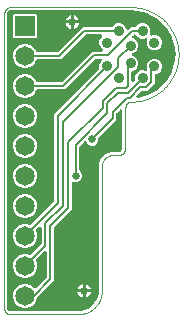
<source format=gtl>
G04 EAGLE Gerber X2 export*
G75*
%MOMM*%
%FSLAX35Y35*%
%LPD*%
%AMOC8*
5,1,8,0,0,1.08239X$1,22.5*%
G01*
%ADD10C,0.000000*%
%ADD11C,0.900000*%
%ADD12R,1.651000X1.651000*%
%ADD13C,1.651000*%
%ADD14C,0.200000*%
%ADD15C,0.650000*%
%ADD16C,0.254000*%

G36*
X-449780Y-2174972D02*
X-449780Y-2174972D01*
X-449003Y-2174960D01*
X-423614Y-2172962D01*
X-422942Y-2172823D01*
X-422257Y-2172781D01*
X-420686Y-2172380D01*
X-372393Y-2156688D01*
X-371322Y-2156185D01*
X-370223Y-2155752D01*
X-369704Y-2155423D01*
X-369514Y-2155334D01*
X-369355Y-2155203D01*
X-368853Y-2154884D01*
X-327772Y-2125038D01*
X-326909Y-2124227D01*
X-325997Y-2123476D01*
X-325605Y-2123003D01*
X-325453Y-2122860D01*
X-325342Y-2122686D01*
X-324962Y-2122228D01*
X-295115Y-2081147D01*
X-294649Y-2080298D01*
X-294581Y-2080217D01*
X-294490Y-2080023D01*
X-293910Y-2079114D01*
X-293683Y-2078542D01*
X-293583Y-2078359D01*
X-293531Y-2078160D01*
X-293312Y-2077607D01*
X-293225Y-2077340D01*
X-293224Y-2077339D01*
X-293224Y-2077338D01*
X-277620Y-2029313D01*
X-277491Y-2028639D01*
X-277268Y-2027990D01*
X-277038Y-2026385D01*
X-275039Y-2000996D01*
X-275050Y-2000774D01*
X-275000Y-2000000D01*
X-275000Y-925136D01*
X-255969Y-879192D01*
X-220808Y-844030D01*
X-174864Y-824999D01*
X-110000Y-824999D01*
X-109980Y-824997D01*
X-109960Y-824999D01*
X-108342Y-824891D01*
X-102570Y-824131D01*
X-102485Y-824108D01*
X-102397Y-824107D01*
X-100951Y-823706D01*
X-99493Y-823324D01*
X-99416Y-823281D01*
X-99332Y-823258D01*
X-97878Y-822538D01*
X-87882Y-816767D01*
X-87149Y-816211D01*
X-86362Y-815736D01*
X-85887Y-815253D01*
X-85348Y-814843D01*
X-84776Y-814123D01*
X-84132Y-813468D01*
X-83479Y-812487D01*
X-83371Y-812351D01*
X-83336Y-812273D01*
X-83233Y-812118D01*
X-77462Y-802121D01*
X-77428Y-802040D01*
X-77375Y-801969D01*
X-76812Y-800576D01*
X-76229Y-799189D01*
X-76216Y-799102D01*
X-76183Y-799020D01*
X-75869Y-797429D01*
X-75109Y-791658D01*
X-75109Y-791638D01*
X-75104Y-791618D01*
X-75000Y-790000D01*
X-75000Y-477419D01*
X-75175Y-476038D01*
X-75304Y-474658D01*
X-75373Y-474466D01*
X-75399Y-474263D01*
X-75909Y-472974D01*
X-76379Y-471664D01*
X-76494Y-471494D01*
X-76569Y-471305D01*
X-77382Y-470185D01*
X-78165Y-469031D01*
X-78318Y-468895D01*
X-78438Y-468731D01*
X-79506Y-467846D01*
X-80549Y-466925D01*
X-80730Y-466832D01*
X-80888Y-466702D01*
X-82146Y-466108D01*
X-83381Y-465477D01*
X-83580Y-465432D01*
X-83765Y-465345D01*
X-85128Y-465084D01*
X-86485Y-464778D01*
X-86689Y-464784D01*
X-86889Y-464746D01*
X-88270Y-464831D01*
X-89665Y-464873D01*
X-89862Y-464930D01*
X-90064Y-464942D01*
X-91383Y-465369D01*
X-92721Y-465755D01*
X-92897Y-465858D01*
X-93091Y-465921D01*
X-94269Y-466667D01*
X-95462Y-467369D01*
X-95673Y-467555D01*
X-95779Y-467622D01*
X-95923Y-467774D01*
X-96680Y-468440D01*
X-124444Y-496205D01*
X-125048Y-496983D01*
X-125725Y-497702D01*
X-126021Y-498237D01*
X-126394Y-498718D01*
X-126786Y-499622D01*
X-127263Y-500487D01*
X-127416Y-501078D01*
X-127658Y-501637D01*
X-127813Y-502612D01*
X-128060Y-503567D01*
X-128125Y-504575D01*
X-128157Y-504779D01*
X-128146Y-504902D01*
X-128164Y-505184D01*
X-128164Y-554263D01*
X-275176Y-701275D01*
X-275780Y-702053D01*
X-276458Y-702772D01*
X-276753Y-703307D01*
X-277126Y-703788D01*
X-277518Y-704693D01*
X-277995Y-705557D01*
X-278148Y-706149D01*
X-278390Y-706708D01*
X-278545Y-707680D01*
X-278793Y-708637D01*
X-278857Y-709645D01*
X-278889Y-709849D01*
X-278878Y-709972D01*
X-278896Y-710255D01*
X-278896Y-729046D01*
X-286889Y-748343D01*
X-301657Y-763111D01*
X-320953Y-771104D01*
X-341839Y-771104D01*
X-361136Y-763111D01*
X-375904Y-748343D01*
X-378885Y-741145D01*
X-379131Y-740715D01*
X-379298Y-740249D01*
X-379916Y-739337D01*
X-380461Y-738382D01*
X-380805Y-738026D01*
X-381083Y-737616D01*
X-381909Y-736887D01*
X-382674Y-736097D01*
X-383096Y-735838D01*
X-383467Y-735510D01*
X-384447Y-735009D01*
X-385386Y-734433D01*
X-385860Y-734287D01*
X-386300Y-734062D01*
X-387373Y-733821D01*
X-388426Y-733496D01*
X-388920Y-733472D01*
X-389403Y-733363D01*
X-390504Y-733396D01*
X-391603Y-733343D01*
X-392088Y-733443D01*
X-392583Y-733458D01*
X-393640Y-733763D01*
X-394719Y-733986D01*
X-395165Y-734203D01*
X-395639Y-734340D01*
X-396587Y-734898D01*
X-397577Y-735382D01*
X-397954Y-735703D01*
X-398381Y-735954D01*
X-399598Y-737025D01*
X-435280Y-772707D01*
X-435884Y-773486D01*
X-436561Y-774204D01*
X-436856Y-774739D01*
X-437230Y-775221D01*
X-437621Y-776125D01*
X-438099Y-776989D01*
X-438252Y-777580D01*
X-438494Y-778140D01*
X-438649Y-779114D01*
X-438896Y-780069D01*
X-438960Y-781078D01*
X-438993Y-781282D01*
X-438981Y-781404D01*
X-438999Y-781687D01*
X-438999Y-977493D01*
X-438876Y-978471D01*
X-438847Y-979458D01*
X-438677Y-980045D01*
X-438601Y-980649D01*
X-438239Y-981565D01*
X-437965Y-982514D01*
X-437655Y-983041D01*
X-437431Y-983607D01*
X-436852Y-984405D01*
X-436351Y-985256D01*
X-435684Y-986013D01*
X-435562Y-986182D01*
X-435466Y-986261D01*
X-435280Y-986473D01*
X-424492Y-997260D01*
X-416499Y-1016557D01*
X-416499Y-1037443D01*
X-424492Y-1056739D01*
X-439260Y-1071508D01*
X-458557Y-1079500D01*
X-479443Y-1079500D01*
X-486640Y-1076519D01*
X-487117Y-1076388D01*
X-487565Y-1076177D01*
X-488647Y-1075970D01*
X-489708Y-1075679D01*
X-490203Y-1075672D01*
X-490689Y-1075578D01*
X-491788Y-1075646D01*
X-492889Y-1075628D01*
X-493370Y-1075744D01*
X-493864Y-1075774D01*
X-494912Y-1076113D01*
X-495983Y-1076370D01*
X-496420Y-1076601D01*
X-496891Y-1076753D01*
X-497822Y-1077342D01*
X-498795Y-1077856D01*
X-499161Y-1078189D01*
X-499580Y-1078454D01*
X-500335Y-1079256D01*
X-501149Y-1079995D01*
X-501422Y-1080409D01*
X-501761Y-1080769D01*
X-502293Y-1081733D01*
X-502898Y-1082653D01*
X-503059Y-1083120D01*
X-503299Y-1083554D01*
X-503575Y-1084622D01*
X-503932Y-1085661D01*
X-503972Y-1086154D01*
X-504096Y-1086634D01*
X-504199Y-1088252D01*
X-504199Y-1310038D01*
X-651380Y-1457218D01*
X-651983Y-1457996D01*
X-652661Y-1458716D01*
X-652956Y-1459250D01*
X-653330Y-1459732D01*
X-653721Y-1460636D01*
X-654199Y-1461501D01*
X-654352Y-1462093D01*
X-654594Y-1462651D01*
X-654748Y-1463623D01*
X-654996Y-1464580D01*
X-655060Y-1465588D01*
X-655093Y-1465793D01*
X-655081Y-1465915D01*
X-655099Y-1466198D01*
X-655099Y-1912427D01*
X-793730Y-2051057D01*
X-794333Y-2051835D01*
X-795011Y-2052554D01*
X-795306Y-2053089D01*
X-795680Y-2053570D01*
X-796071Y-2054475D01*
X-796549Y-2055339D01*
X-796702Y-2055931D01*
X-796944Y-2056490D01*
X-797098Y-2057462D01*
X-797346Y-2058419D01*
X-797410Y-2059427D01*
X-797443Y-2059631D01*
X-797431Y-2059754D01*
X-797449Y-2060037D01*
X-797449Y-2063398D01*
X-813062Y-2101091D01*
X-841909Y-2129938D01*
X-879601Y-2145550D01*
X-920398Y-2145550D01*
X-958091Y-2129938D01*
X-986938Y-2101091D01*
X-1002550Y-2063398D01*
X-1002550Y-2022601D01*
X-986938Y-1984909D01*
X-958091Y-1956062D01*
X-920398Y-1940449D01*
X-879601Y-1940449D01*
X-841910Y-1956062D01*
X-821729Y-1976242D01*
X-820791Y-1976970D01*
X-819900Y-1977757D01*
X-819538Y-1977943D01*
X-819216Y-1978192D01*
X-818126Y-1978664D01*
X-817068Y-1979205D01*
X-816670Y-1979295D01*
X-816297Y-1979456D01*
X-815126Y-1979642D01*
X-813964Y-1979904D01*
X-813556Y-1979892D01*
X-813155Y-1979955D01*
X-811974Y-1979844D01*
X-810785Y-1979809D01*
X-810393Y-1979696D01*
X-809988Y-1979658D01*
X-808870Y-1979257D01*
X-807728Y-1978927D01*
X-807377Y-1978721D01*
X-806994Y-1978583D01*
X-806010Y-1977916D01*
X-804987Y-1977313D01*
X-804533Y-1976913D01*
X-804361Y-1976797D01*
X-804224Y-1976642D01*
X-803770Y-1976242D01*
X-718820Y-1891293D01*
X-718217Y-1890515D01*
X-717539Y-1889795D01*
X-717244Y-1889261D01*
X-716870Y-1888779D01*
X-716478Y-1887875D01*
X-716001Y-1887010D01*
X-715848Y-1886418D01*
X-715606Y-1885860D01*
X-715452Y-1884888D01*
X-715204Y-1883931D01*
X-715139Y-1882923D01*
X-715107Y-1882718D01*
X-715118Y-1882596D01*
X-715100Y-1882313D01*
X-715100Y-1677186D01*
X-715275Y-1675804D01*
X-715404Y-1674425D01*
X-715473Y-1674233D01*
X-715499Y-1674030D01*
X-716009Y-1672739D01*
X-716479Y-1671431D01*
X-716594Y-1671261D01*
X-716669Y-1671072D01*
X-717482Y-1669952D01*
X-718265Y-1668798D01*
X-718418Y-1668662D01*
X-718538Y-1668498D01*
X-719606Y-1667613D01*
X-720649Y-1666692D01*
X-720830Y-1666599D01*
X-720988Y-1666468D01*
X-722246Y-1665875D01*
X-723481Y-1665244D01*
X-723680Y-1665199D01*
X-723865Y-1665112D01*
X-725227Y-1664851D01*
X-726585Y-1664545D01*
X-726789Y-1664551D01*
X-726989Y-1664513D01*
X-728370Y-1664598D01*
X-729764Y-1664640D01*
X-729962Y-1664697D01*
X-730164Y-1664709D01*
X-731479Y-1665134D01*
X-732821Y-1665522D01*
X-732998Y-1665626D01*
X-733191Y-1665688D01*
X-734366Y-1666431D01*
X-735562Y-1667136D01*
X-735773Y-1667321D01*
X-735879Y-1667388D01*
X-736024Y-1667542D01*
X-736779Y-1668207D01*
X-803084Y-1734512D01*
X-803263Y-1734742D01*
X-803486Y-1734932D01*
X-804236Y-1735996D01*
X-805034Y-1737025D01*
X-805150Y-1737292D01*
X-805319Y-1737531D01*
X-805783Y-1738753D01*
X-806298Y-1739944D01*
X-806344Y-1740231D01*
X-806448Y-1740505D01*
X-806594Y-1741803D01*
X-806798Y-1743086D01*
X-806770Y-1743376D01*
X-806803Y-1743667D01*
X-806622Y-1744959D01*
X-806500Y-1746253D01*
X-806402Y-1746527D01*
X-806361Y-1746817D01*
X-805838Y-1748351D01*
X-797449Y-1768602D01*
X-797449Y-1809398D01*
X-813062Y-1847091D01*
X-841909Y-1875938D01*
X-879601Y-1891550D01*
X-920398Y-1891550D01*
X-958091Y-1875938D01*
X-986938Y-1847091D01*
X-1002550Y-1809398D01*
X-1002550Y-1768601D01*
X-986938Y-1730909D01*
X-958091Y-1702062D01*
X-920398Y-1686449D01*
X-879602Y-1686449D01*
X-859351Y-1694838D01*
X-859068Y-1694915D01*
X-858810Y-1695047D01*
X-857542Y-1695333D01*
X-856283Y-1695677D01*
X-855991Y-1695682D01*
X-855706Y-1695746D01*
X-854403Y-1695707D01*
X-853102Y-1695728D01*
X-852819Y-1695660D01*
X-852527Y-1695651D01*
X-851274Y-1695290D01*
X-850009Y-1694987D01*
X-849750Y-1694850D01*
X-849470Y-1694769D01*
X-848348Y-1694109D01*
X-847196Y-1693500D01*
X-846980Y-1693303D01*
X-846729Y-1693155D01*
X-845512Y-1692084D01*
X-764220Y-1610793D01*
X-763617Y-1610015D01*
X-762939Y-1609295D01*
X-762643Y-1608760D01*
X-762270Y-1608279D01*
X-761879Y-1607376D01*
X-761401Y-1606510D01*
X-761248Y-1605918D01*
X-761006Y-1605360D01*
X-760852Y-1604388D01*
X-760604Y-1603431D01*
X-760539Y-1602423D01*
X-760507Y-1602218D01*
X-760518Y-1602096D01*
X-760500Y-1601813D01*
X-760500Y-1468586D01*
X-760675Y-1467204D01*
X-760804Y-1465825D01*
X-760873Y-1465633D01*
X-760899Y-1465430D01*
X-761409Y-1464139D01*
X-761879Y-1462831D01*
X-761994Y-1462661D01*
X-762069Y-1462472D01*
X-762882Y-1461352D01*
X-763665Y-1460198D01*
X-763818Y-1460062D01*
X-763938Y-1459898D01*
X-765006Y-1459013D01*
X-766049Y-1458092D01*
X-766230Y-1457999D01*
X-766388Y-1457868D01*
X-767646Y-1457275D01*
X-768881Y-1456644D01*
X-769080Y-1456599D01*
X-769265Y-1456512D01*
X-770627Y-1456251D01*
X-771985Y-1455945D01*
X-772189Y-1455951D01*
X-772389Y-1455913D01*
X-773770Y-1455998D01*
X-775164Y-1456040D01*
X-775362Y-1456097D01*
X-775564Y-1456109D01*
X-776879Y-1456534D01*
X-778221Y-1456922D01*
X-778398Y-1457026D01*
X-778591Y-1457088D01*
X-779766Y-1457831D01*
X-780962Y-1458536D01*
X-781173Y-1458721D01*
X-781279Y-1458788D01*
X-781424Y-1458942D01*
X-782179Y-1459607D01*
X-803084Y-1480512D01*
X-803263Y-1480742D01*
X-803486Y-1480932D01*
X-804236Y-1481996D01*
X-805034Y-1483025D01*
X-805150Y-1483292D01*
X-805319Y-1483531D01*
X-805783Y-1484753D01*
X-806298Y-1485944D01*
X-806344Y-1486231D01*
X-806448Y-1486505D01*
X-806594Y-1487803D01*
X-806798Y-1489086D01*
X-806770Y-1489376D01*
X-806803Y-1489667D01*
X-806622Y-1490959D01*
X-806500Y-1492253D01*
X-806402Y-1492527D01*
X-806361Y-1492817D01*
X-805838Y-1494351D01*
X-797449Y-1514602D01*
X-797449Y-1555398D01*
X-813062Y-1593091D01*
X-841909Y-1621938D01*
X-879601Y-1637550D01*
X-920398Y-1637550D01*
X-958091Y-1621938D01*
X-986938Y-1593091D01*
X-1002550Y-1555398D01*
X-1002550Y-1514601D01*
X-986938Y-1476909D01*
X-958091Y-1448062D01*
X-920398Y-1432449D01*
X-879602Y-1432449D01*
X-859351Y-1440838D01*
X-859068Y-1440915D01*
X-858810Y-1441047D01*
X-857542Y-1441333D01*
X-856283Y-1441677D01*
X-855991Y-1441682D01*
X-855706Y-1441746D01*
X-854403Y-1441707D01*
X-853102Y-1441728D01*
X-852819Y-1441660D01*
X-852527Y-1441651D01*
X-851272Y-1441289D01*
X-850009Y-1440987D01*
X-849752Y-1440851D01*
X-849470Y-1440769D01*
X-848345Y-1440107D01*
X-847196Y-1439500D01*
X-846980Y-1439303D01*
X-846729Y-1439155D01*
X-845512Y-1438084D01*
X-658720Y-1251293D01*
X-658117Y-1250515D01*
X-657439Y-1249796D01*
X-657144Y-1249261D01*
X-656770Y-1248780D01*
X-656378Y-1247875D01*
X-655901Y-1247011D01*
X-655748Y-1246419D01*
X-655506Y-1245860D01*
X-655352Y-1244888D01*
X-655104Y-1243931D01*
X-655039Y-1242923D01*
X-655007Y-1242719D01*
X-655018Y-1242596D01*
X-655000Y-1242313D01*
X-655000Y-507573D01*
X-633709Y-486282D01*
X-633707Y-486280D01*
X-273176Y-125749D01*
X-272998Y-125519D01*
X-272775Y-125330D01*
X-272024Y-124264D01*
X-271226Y-123236D01*
X-271110Y-122968D01*
X-270942Y-122730D01*
X-270479Y-121510D01*
X-269962Y-120316D01*
X-269916Y-120029D01*
X-269813Y-119756D01*
X-269667Y-118459D01*
X-269463Y-117175D01*
X-269490Y-116885D01*
X-269458Y-116595D01*
X-269639Y-115301D01*
X-269760Y-114008D01*
X-269858Y-113734D01*
X-269899Y-113444D01*
X-270000Y-113148D01*
X-270000Y-87071D01*
X-260105Y-63180D01*
X-253536Y-56612D01*
X-252684Y-55514D01*
X-251798Y-54444D01*
X-251711Y-54259D01*
X-251586Y-54098D01*
X-251034Y-52824D01*
X-250441Y-51566D01*
X-250403Y-51366D01*
X-250322Y-51179D01*
X-250104Y-49808D01*
X-249842Y-48442D01*
X-249855Y-48238D01*
X-249823Y-48037D01*
X-249953Y-46650D01*
X-250038Y-45267D01*
X-250101Y-45074D01*
X-250120Y-44870D01*
X-250592Y-43557D01*
X-251018Y-42240D01*
X-251126Y-42068D01*
X-251195Y-41876D01*
X-251974Y-40728D01*
X-252718Y-39552D01*
X-252866Y-39412D01*
X-252981Y-39243D01*
X-254021Y-38324D01*
X-255033Y-37371D01*
X-255212Y-37272D01*
X-255365Y-37137D01*
X-256601Y-36505D01*
X-257818Y-35833D01*
X-258016Y-35782D01*
X-258197Y-35689D01*
X-259552Y-35384D01*
X-260898Y-35036D01*
X-261179Y-35018D01*
X-261301Y-34990D01*
X-261509Y-34997D01*
X-262516Y-34932D01*
X-297245Y-34932D01*
X-298222Y-35056D01*
X-299209Y-35085D01*
X-299796Y-35254D01*
X-300401Y-35331D01*
X-301316Y-35693D01*
X-302266Y-35967D01*
X-302793Y-36277D01*
X-303359Y-36501D01*
X-304157Y-37080D01*
X-305007Y-37581D01*
X-305765Y-38248D01*
X-305933Y-38370D01*
X-306013Y-38465D01*
X-306224Y-38652D01*
X-562573Y-295000D01*
X-792941Y-295000D01*
X-793232Y-295037D01*
X-793522Y-295014D01*
X-794803Y-295235D01*
X-796097Y-295399D01*
X-796369Y-295506D01*
X-796657Y-295556D01*
X-797845Y-296090D01*
X-799055Y-296569D01*
X-799292Y-296741D01*
X-799558Y-296860D01*
X-800576Y-297673D01*
X-801630Y-298438D01*
X-801816Y-298663D01*
X-802044Y-298845D01*
X-802828Y-299884D01*
X-803659Y-300888D01*
X-803783Y-301152D01*
X-803959Y-301385D01*
X-804674Y-302840D01*
X-813062Y-323091D01*
X-841909Y-351938D01*
X-879601Y-367550D01*
X-920398Y-367550D01*
X-958091Y-351938D01*
X-986938Y-323091D01*
X-1002550Y-285398D01*
X-1002550Y-244601D01*
X-986938Y-206909D01*
X-958091Y-178062D01*
X-920398Y-162449D01*
X-879601Y-162449D01*
X-841909Y-178062D01*
X-813062Y-206909D01*
X-804674Y-227160D01*
X-804529Y-227414D01*
X-804439Y-227691D01*
X-803743Y-228792D01*
X-803098Y-229923D01*
X-802896Y-230132D01*
X-802739Y-230380D01*
X-801789Y-231274D01*
X-800885Y-232208D01*
X-800636Y-232361D01*
X-800424Y-232561D01*
X-799284Y-233190D01*
X-798173Y-233872D01*
X-797894Y-233958D01*
X-797639Y-234099D01*
X-796378Y-234425D01*
X-795133Y-234809D01*
X-794842Y-234823D01*
X-794559Y-234896D01*
X-792941Y-234999D01*
X-592687Y-234999D01*
X-591709Y-234876D01*
X-590722Y-234847D01*
X-590135Y-234677D01*
X-589531Y-234601D01*
X-588615Y-234239D01*
X-587666Y-233965D01*
X-587139Y-233655D01*
X-586573Y-233431D01*
X-585775Y-232852D01*
X-584924Y-232351D01*
X-584168Y-231685D01*
X-583998Y-231562D01*
X-583919Y-231466D01*
X-583707Y-231280D01*
X-348652Y3775D01*
X-327359Y25068D01*
X-252652Y25068D01*
X-251271Y25243D01*
X-249890Y25373D01*
X-249698Y25441D01*
X-249496Y25467D01*
X-248207Y25977D01*
X-246896Y26448D01*
X-246727Y26563D01*
X-246538Y26637D01*
X-245418Y27450D01*
X-244263Y28233D01*
X-244128Y28387D01*
X-243963Y28506D01*
X-243078Y29574D01*
X-242157Y30617D01*
X-242065Y30798D01*
X-241934Y30956D01*
X-241340Y32217D01*
X-240709Y33450D01*
X-240665Y33648D01*
X-240578Y33833D01*
X-240316Y35197D01*
X-240011Y36553D01*
X-240017Y36758D01*
X-239978Y36957D01*
X-240064Y38338D01*
X-240105Y39733D01*
X-240162Y39930D01*
X-240175Y40132D01*
X-240601Y41451D01*
X-240988Y42789D01*
X-241091Y42965D01*
X-241154Y43159D01*
X-241898Y44335D01*
X-242601Y45531D01*
X-242788Y45743D01*
X-242854Y45848D01*
X-243006Y45991D01*
X-243672Y46748D01*
X-260105Y63180D01*
X-270000Y87071D01*
X-270000Y112929D01*
X-260105Y136820D01*
X-248604Y148320D01*
X-247752Y149418D01*
X-246866Y150488D01*
X-246779Y150673D01*
X-246654Y150833D01*
X-246102Y152108D01*
X-245509Y153365D01*
X-245471Y153565D01*
X-245390Y153753D01*
X-245172Y155123D01*
X-244910Y156489D01*
X-244923Y156693D01*
X-244891Y156894D01*
X-245021Y158281D01*
X-245107Y159664D01*
X-245169Y159857D01*
X-245188Y160062D01*
X-245660Y161374D01*
X-246086Y162691D01*
X-246194Y162863D01*
X-246263Y163055D01*
X-247041Y164201D01*
X-247786Y165380D01*
X-247935Y165520D01*
X-248049Y165688D01*
X-249086Y166605D01*
X-250101Y167561D01*
X-250280Y167660D01*
X-250433Y167795D01*
X-251668Y168426D01*
X-252886Y169099D01*
X-253084Y169150D01*
X-253265Y169243D01*
X-254619Y169548D01*
X-255966Y169896D01*
X-256248Y169914D01*
X-256369Y169941D01*
X-256578Y169935D01*
X-257584Y169999D01*
X-382313Y169999D01*
X-383290Y169876D01*
X-384278Y169847D01*
X-384864Y169677D01*
X-385469Y169601D01*
X-386384Y169239D01*
X-387334Y168965D01*
X-387861Y168655D01*
X-388427Y168431D01*
X-389225Y167852D01*
X-390075Y167351D01*
X-390833Y166684D01*
X-391001Y166562D01*
X-391081Y166466D01*
X-391293Y166280D01*
X-598573Y-41000D01*
X-792941Y-41000D01*
X-793232Y-41037D01*
X-793522Y-41014D01*
X-794803Y-41235D01*
X-796097Y-41399D01*
X-796369Y-41506D01*
X-796657Y-41556D01*
X-797845Y-42090D01*
X-799055Y-42569D01*
X-799292Y-42741D01*
X-799558Y-42860D01*
X-800576Y-43673D01*
X-801630Y-44438D01*
X-801816Y-44663D01*
X-802044Y-44845D01*
X-802828Y-45884D01*
X-803659Y-46888D01*
X-803783Y-47152D01*
X-803959Y-47385D01*
X-804674Y-48840D01*
X-813062Y-69091D01*
X-841909Y-97938D01*
X-879601Y-113550D01*
X-920398Y-113550D01*
X-958091Y-97938D01*
X-986938Y-69091D01*
X-1002550Y-31398D01*
X-1002550Y9398D01*
X-986938Y47091D01*
X-958091Y75938D01*
X-920398Y91550D01*
X-879601Y91550D01*
X-841909Y75938D01*
X-813062Y47091D01*
X-804674Y26840D01*
X-804529Y26586D01*
X-804439Y26308D01*
X-803743Y25208D01*
X-803098Y24077D01*
X-802896Y23868D01*
X-802739Y23620D01*
X-801789Y22725D01*
X-800885Y21792D01*
X-800636Y21639D01*
X-800424Y21439D01*
X-799284Y20809D01*
X-798173Y20128D01*
X-797894Y20042D01*
X-797639Y19901D01*
X-796378Y19574D01*
X-795133Y19191D01*
X-794842Y19177D01*
X-794559Y19104D01*
X-792941Y19000D01*
X-628687Y19000D01*
X-627709Y19124D01*
X-626722Y19153D01*
X-626135Y19323D01*
X-625531Y19399D01*
X-624615Y19761D01*
X-623666Y20035D01*
X-623139Y20345D01*
X-622573Y20569D01*
X-621775Y21148D01*
X-620924Y21649D01*
X-620167Y22316D01*
X-619998Y22438D01*
X-619919Y22533D01*
X-619707Y22720D01*
X-412427Y230000D01*
X-171415Y230000D01*
X-171124Y230037D01*
X-170833Y230014D01*
X-169552Y230235D01*
X-168259Y230399D01*
X-167987Y230507D01*
X-167699Y230556D01*
X-166512Y231090D01*
X-165301Y231569D01*
X-165064Y231741D01*
X-164798Y231861D01*
X-163780Y232673D01*
X-162726Y233438D01*
X-162540Y233663D01*
X-162311Y233845D01*
X-161528Y234885D01*
X-160697Y235888D01*
X-160572Y236152D01*
X-160396Y236385D01*
X-160258Y236667D01*
X-141820Y255104D01*
X-117929Y265000D01*
X-92071Y265000D01*
X-68179Y255104D01*
X-49895Y236820D01*
X-41308Y216088D01*
X-41063Y215658D01*
X-40895Y215192D01*
X-40277Y214280D01*
X-39732Y213324D01*
X-39388Y212969D01*
X-39110Y212559D01*
X-38284Y211830D01*
X-37519Y211039D01*
X-37097Y210781D01*
X-36726Y210453D01*
X-35747Y209952D01*
X-34807Y209376D01*
X-34333Y209230D01*
X-33893Y209005D01*
X-32820Y208763D01*
X-31767Y208439D01*
X-31273Y208415D01*
X-30790Y208306D01*
X-29689Y208339D01*
X-28590Y208286D01*
X-28105Y208386D01*
X-27610Y208401D01*
X-26553Y208706D01*
X-25474Y208928D01*
X-25028Y209146D01*
X-24554Y209283D01*
X-23607Y209840D01*
X-22616Y210325D01*
X-22238Y210647D01*
X-21813Y210897D01*
X-20595Y211968D01*
X-2563Y230000D01*
X28585Y230000D01*
X28876Y230037D01*
X29167Y230014D01*
X30448Y230235D01*
X31741Y230399D01*
X32013Y230507D01*
X32301Y230556D01*
X33488Y231090D01*
X34699Y231569D01*
X34936Y231741D01*
X35202Y231861D01*
X36220Y232673D01*
X37273Y233438D01*
X37460Y233663D01*
X37688Y233845D01*
X38472Y234885D01*
X39303Y235888D01*
X39428Y236152D01*
X39603Y236385D01*
X39742Y236667D01*
X58179Y255104D01*
X82071Y265000D01*
X107929Y265000D01*
X131820Y255104D01*
X150104Y236820D01*
X160000Y212929D01*
X160000Y187071D01*
X156127Y177720D01*
X155759Y176376D01*
X155351Y175052D01*
X155341Y174849D01*
X155287Y174651D01*
X155265Y173258D01*
X155199Y171874D01*
X155240Y171675D01*
X155237Y171471D01*
X155560Y170119D01*
X155841Y168759D01*
X155930Y168575D01*
X155978Y168377D01*
X156626Y167151D01*
X157237Y165900D01*
X157370Y165744D01*
X157465Y165565D01*
X158396Y164540D01*
X159300Y163479D01*
X159467Y163361D01*
X159604Y163210D01*
X160759Y162450D01*
X161900Y161646D01*
X162092Y161573D01*
X162261Y161461D01*
X163571Y161011D01*
X164874Y160516D01*
X165077Y160493D01*
X165269Y160427D01*
X166658Y160316D01*
X168035Y160162D01*
X168236Y160190D01*
X168440Y160173D01*
X169811Y160411D01*
X171185Y160603D01*
X171454Y160695D01*
X171575Y160716D01*
X171763Y160800D01*
X172720Y161127D01*
X182071Y165000D01*
X207929Y165000D01*
X231820Y155104D01*
X250104Y136820D01*
X260000Y112929D01*
X260000Y87071D01*
X250104Y63179D01*
X231820Y44895D01*
X207929Y34999D01*
X182071Y34999D01*
X158179Y44895D01*
X139895Y63179D01*
X129999Y87071D01*
X129999Y112929D01*
X133873Y122280D01*
X134241Y123624D01*
X134649Y124948D01*
X134658Y125151D01*
X134713Y125348D01*
X134735Y126742D01*
X134801Y128125D01*
X134760Y128325D01*
X134763Y128529D01*
X134439Y129880D01*
X134159Y131241D01*
X134069Y131425D01*
X134022Y131623D01*
X133374Y132848D01*
X132763Y134099D01*
X132630Y134255D01*
X132535Y134435D01*
X131604Y135460D01*
X130700Y136521D01*
X130533Y136639D01*
X130396Y136789D01*
X129241Y137550D01*
X128100Y138354D01*
X127908Y138427D01*
X127739Y138538D01*
X126428Y138989D01*
X125126Y139483D01*
X124923Y139506D01*
X124730Y139573D01*
X123342Y139684D01*
X121965Y139838D01*
X121763Y139810D01*
X121559Y139826D01*
X120189Y139589D01*
X118814Y139396D01*
X118546Y139305D01*
X118425Y139284D01*
X118237Y139199D01*
X117280Y138873D01*
X107929Y134999D01*
X82071Y134999D01*
X58179Y144895D01*
X39566Y163508D01*
X39388Y163790D01*
X38743Y164923D01*
X38539Y165133D01*
X38383Y165380D01*
X37433Y166274D01*
X36529Y167208D01*
X36281Y167360D01*
X36068Y167561D01*
X34927Y168191D01*
X33818Y168871D01*
X33539Y168957D01*
X33283Y169099D01*
X32020Y169426D01*
X30778Y169808D01*
X30487Y169823D01*
X30203Y169896D01*
X28585Y169999D01*
X27551Y169999D01*
X26573Y169876D01*
X25586Y169847D01*
X24999Y169677D01*
X24395Y169601D01*
X23478Y169238D01*
X22530Y168965D01*
X22003Y168655D01*
X21437Y168431D01*
X20640Y167852D01*
X19788Y167351D01*
X19029Y166683D01*
X18862Y166562D01*
X18784Y166468D01*
X18571Y166280D01*
X10311Y158020D01*
X10007Y157629D01*
X9641Y157296D01*
X9035Y156375D01*
X8361Y155507D01*
X8164Y155053D01*
X7892Y154639D01*
X7533Y153596D01*
X7097Y152588D01*
X7019Y152100D01*
X6858Y151630D01*
X6770Y150532D01*
X6598Y149446D01*
X6644Y148953D01*
X6604Y148459D01*
X6792Y147377D01*
X6895Y146278D01*
X7062Y145812D01*
X7147Y145325D01*
X7598Y144322D01*
X7970Y143285D01*
X8248Y142874D01*
X8451Y142423D01*
X9136Y141565D01*
X9755Y140652D01*
X10127Y140323D01*
X10435Y139937D01*
X11314Y139275D01*
X12139Y138545D01*
X12580Y138320D01*
X12975Y138022D01*
X14431Y137307D01*
X31820Y130104D01*
X50104Y111820D01*
X60000Y87929D01*
X60000Y62071D01*
X50104Y38179D01*
X31820Y19895D01*
X12113Y11733D01*
X10905Y11044D01*
X9678Y10395D01*
X9527Y10258D01*
X9350Y10157D01*
X8351Y9190D01*
X7323Y8256D01*
X7211Y8085D01*
X7065Y7944D01*
X6340Y6761D01*
X5574Y5599D01*
X5508Y5406D01*
X5402Y5232D01*
X4993Y3906D01*
X4541Y2590D01*
X4524Y2387D01*
X4464Y2192D01*
X4398Y801D01*
X4287Y-581D01*
X4322Y-780D01*
X4312Y-985D01*
X4593Y-2352D01*
X4829Y-3715D01*
X4913Y-3901D01*
X4954Y-4101D01*
X5565Y-5352D01*
X6134Y-6617D01*
X6261Y-6776D01*
X6350Y-6959D01*
X7253Y-8019D01*
X8118Y-9103D01*
X8281Y-9225D01*
X8413Y-9381D01*
X9546Y-10180D01*
X10658Y-11018D01*
X10913Y-11143D01*
X11013Y-11214D01*
X11204Y-11286D01*
X12113Y-11733D01*
X31820Y-19895D01*
X50104Y-38179D01*
X60000Y-62071D01*
X60000Y-87929D01*
X50104Y-111820D01*
X31820Y-130104D01*
X7840Y-140037D01*
X7586Y-140182D01*
X7308Y-140272D01*
X6208Y-140968D01*
X5077Y-141613D01*
X4868Y-141816D01*
X4620Y-141972D01*
X3725Y-142922D01*
X2792Y-143826D01*
X2639Y-144075D01*
X2439Y-144288D01*
X1809Y-145427D01*
X1128Y-146538D01*
X1042Y-146817D01*
X901Y-147073D01*
X574Y-148334D01*
X191Y-149578D01*
X177Y-149869D01*
X104Y-150152D01*
X0Y-151770D01*
X0Y-221913D01*
X175Y-223294D01*
X304Y-224676D01*
X373Y-224868D01*
X399Y-225069D01*
X910Y-226361D01*
X1380Y-227669D01*
X1494Y-227838D01*
X1569Y-228028D01*
X2386Y-229152D01*
X3165Y-230302D01*
X3318Y-230437D01*
X3438Y-230602D01*
X4508Y-231488D01*
X5549Y-232408D01*
X5731Y-232501D01*
X5888Y-232631D01*
X7142Y-233223D01*
X8382Y-233856D01*
X8581Y-233901D01*
X8765Y-233988D01*
X10126Y-234249D01*
X11485Y-234555D01*
X11689Y-234548D01*
X11889Y-234587D01*
X13275Y-234501D01*
X14665Y-234460D01*
X14861Y-234403D01*
X15064Y-234391D01*
X16384Y-233964D01*
X17721Y-233578D01*
X17897Y-233474D01*
X18091Y-233412D01*
X19269Y-232667D01*
X20463Y-231964D01*
X20673Y-231778D01*
X20779Y-231711D01*
X20923Y-231558D01*
X21680Y-230893D01*
X26824Y-225748D01*
X27003Y-225517D01*
X27225Y-225328D01*
X27974Y-224266D01*
X28774Y-223235D01*
X28890Y-222967D01*
X29058Y-222728D01*
X29521Y-221511D01*
X30038Y-220316D01*
X30084Y-220028D01*
X30188Y-219755D01*
X30333Y-218458D01*
X30537Y-217174D01*
X30510Y-216884D01*
X30542Y-216593D01*
X30361Y-215302D01*
X30239Y-214007D01*
X30141Y-213732D01*
X30100Y-213443D01*
X29999Y-213148D01*
X29999Y-187071D01*
X39895Y-163179D01*
X58179Y-144895D01*
X82071Y-134999D01*
X107929Y-134999D01*
X117280Y-138873D01*
X118624Y-139241D01*
X119948Y-139649D01*
X120151Y-139658D01*
X120348Y-139713D01*
X121742Y-139735D01*
X123125Y-139801D01*
X123325Y-139760D01*
X123529Y-139763D01*
X124880Y-139439D01*
X126241Y-139159D01*
X126425Y-139069D01*
X126623Y-139022D01*
X127848Y-138374D01*
X129099Y-137763D01*
X129255Y-137630D01*
X129435Y-137535D01*
X130460Y-136604D01*
X131521Y-135700D01*
X131639Y-135533D01*
X131789Y-135396D01*
X132550Y-134241D01*
X133354Y-133100D01*
X133427Y-132908D01*
X133538Y-132739D01*
X133989Y-131428D01*
X134483Y-130126D01*
X134506Y-129923D01*
X134573Y-129730D01*
X134684Y-128342D01*
X134838Y-126965D01*
X134810Y-126763D01*
X134826Y-126559D01*
X134589Y-125189D01*
X134396Y-123814D01*
X134305Y-123546D01*
X134284Y-123425D01*
X134199Y-123237D01*
X133873Y-122280D01*
X129999Y-112929D01*
X129999Y-87071D01*
X139895Y-63179D01*
X158179Y-44895D01*
X182071Y-34999D01*
X207929Y-34999D01*
X231820Y-44895D01*
X250104Y-63179D01*
X260000Y-87071D01*
X260000Y-112929D01*
X250104Y-136820D01*
X231820Y-155104D01*
X207840Y-165037D01*
X207586Y-165182D01*
X207308Y-165272D01*
X206208Y-165968D01*
X205077Y-166613D01*
X204868Y-166816D01*
X204620Y-166972D01*
X203725Y-167922D01*
X202792Y-168826D01*
X202639Y-169075D01*
X202439Y-169288D01*
X201809Y-170427D01*
X201128Y-171538D01*
X201042Y-171817D01*
X200901Y-172073D01*
X200574Y-173334D01*
X200191Y-174578D01*
X200177Y-174869D01*
X200104Y-175152D01*
X200000Y-176770D01*
X200000Y-243493D01*
X137960Y-305533D01*
X93723Y-305533D01*
X92745Y-305657D01*
X91758Y-305686D01*
X91171Y-305856D01*
X90567Y-305932D01*
X89651Y-306294D01*
X88701Y-306568D01*
X88175Y-306878D01*
X87608Y-307102D01*
X86811Y-307681D01*
X85960Y-308182D01*
X85201Y-308850D01*
X85034Y-308971D01*
X84956Y-309066D01*
X84743Y-309253D01*
X45775Y-348220D01*
X44882Y-349372D01*
X43965Y-350503D01*
X43908Y-350626D01*
X43825Y-350734D01*
X43248Y-352068D01*
X42639Y-353394D01*
X42615Y-353529D01*
X42561Y-353653D01*
X42333Y-355090D01*
X42073Y-356525D01*
X42083Y-356660D01*
X42062Y-356795D01*
X42198Y-358239D01*
X42303Y-359698D01*
X42347Y-359828D01*
X42359Y-359962D01*
X42849Y-361326D01*
X43314Y-362713D01*
X43388Y-362828D01*
X43434Y-362956D01*
X44250Y-364158D01*
X45043Y-365384D01*
X45144Y-365477D01*
X45220Y-365588D01*
X46307Y-366549D01*
X47382Y-367540D01*
X47502Y-367605D01*
X47604Y-367695D01*
X48904Y-368360D01*
X50183Y-369048D01*
X50315Y-369081D01*
X50436Y-369143D01*
X51859Y-369463D01*
X53271Y-369813D01*
X53407Y-369812D01*
X53540Y-369842D01*
X55002Y-369798D01*
X56452Y-369786D01*
X56632Y-369749D01*
X56719Y-369747D01*
X56888Y-369698D01*
X58042Y-369467D01*
X141933Y-346988D01*
X142722Y-346666D01*
X143543Y-346439D01*
X144778Y-345828D01*
X144878Y-345787D01*
X144913Y-345760D01*
X144996Y-345720D01*
X226904Y-298430D01*
X227583Y-297914D01*
X228317Y-297483D01*
X229348Y-296575D01*
X229438Y-296507D01*
X229467Y-296471D01*
X229534Y-296412D01*
X296412Y-229534D01*
X296932Y-228863D01*
X297532Y-228253D01*
X298008Y-227537D01*
X298150Y-227366D01*
X298217Y-227224D01*
X298297Y-227103D01*
X298362Y-227021D01*
X298378Y-226982D01*
X298430Y-226904D01*
X345720Y-144996D01*
X346051Y-144209D01*
X346469Y-143469D01*
X346910Y-142165D01*
X346953Y-142063D01*
X346959Y-142019D01*
X346988Y-141933D01*
X371467Y-50577D01*
X371527Y-50143D01*
X371664Y-49728D01*
X371873Y-48120D01*
X373918Y-16918D01*
X373918Y-16916D01*
X373918Y-16915D01*
X374972Y-831D01*
X374971Y-810D01*
X374975Y-791D01*
X374972Y831D01*
X371873Y48120D01*
X371790Y48550D01*
X371786Y48987D01*
X371658Y49622D01*
X371650Y49756D01*
X371602Y49907D01*
X371467Y50576D01*
X346988Y141933D01*
X346666Y142722D01*
X346439Y143543D01*
X345828Y144778D01*
X345787Y144878D01*
X345760Y144913D01*
X345720Y144996D01*
X298430Y226904D01*
X297914Y227583D01*
X297483Y228317D01*
X296575Y229348D01*
X296507Y229438D01*
X296471Y229467D01*
X296412Y229534D01*
X229534Y296412D01*
X228861Y296933D01*
X228253Y297531D01*
X227106Y298295D01*
X227021Y298362D01*
X226980Y298379D01*
X226904Y298430D01*
X144996Y345720D01*
X144209Y346051D01*
X143469Y346469D01*
X142165Y346910D01*
X142063Y346953D01*
X142019Y346959D01*
X141933Y346988D01*
X50577Y371467D01*
X50143Y371527D01*
X49728Y371664D01*
X48120Y371873D01*
X831Y374972D01*
X622Y374960D01*
X0Y374999D01*
X-1025000Y374999D01*
X-1025019Y374997D01*
X-1025039Y374999D01*
X-1026657Y374891D01*
X-1029841Y374472D01*
X-1029926Y374449D01*
X-1030015Y374448D01*
X-1031471Y374044D01*
X-1032918Y373665D01*
X-1032994Y373622D01*
X-1033080Y373598D01*
X-1034533Y372879D01*
X-1040047Y369695D01*
X-1040779Y369139D01*
X-1041566Y368665D01*
X-1042041Y368182D01*
X-1042581Y367772D01*
X-1043153Y367051D01*
X-1043796Y366397D01*
X-1044449Y365417D01*
X-1044558Y365279D01*
X-1044593Y365200D01*
X-1044695Y365047D01*
X-1047879Y359533D01*
X-1047913Y359453D01*
X-1047966Y359381D01*
X-1048530Y357984D01*
X-1049112Y356601D01*
X-1049125Y356513D01*
X-1049158Y356431D01*
X-1049472Y354841D01*
X-1049891Y351658D01*
X-1049891Y351638D01*
X-1049896Y351618D01*
X-1049999Y350000D01*
X-1049999Y-2150000D01*
X-1049997Y-2150020D01*
X-1049999Y-2150040D01*
X-1049891Y-2151658D01*
X-1049472Y-2154841D01*
X-1049449Y-2154926D01*
X-1049448Y-2155015D01*
X-1049045Y-2156468D01*
X-1048665Y-2157918D01*
X-1048622Y-2157995D01*
X-1048598Y-2158080D01*
X-1047879Y-2159533D01*
X-1044695Y-2165047D01*
X-1044139Y-2165779D01*
X-1043665Y-2166566D01*
X-1043182Y-2167041D01*
X-1042772Y-2167581D01*
X-1042051Y-2168153D01*
X-1041397Y-2168796D01*
X-1040417Y-2169449D01*
X-1040279Y-2169558D01*
X-1040200Y-2169593D01*
X-1040047Y-2169695D01*
X-1034533Y-2172879D01*
X-1034453Y-2172913D01*
X-1034381Y-2172966D01*
X-1032984Y-2173530D01*
X-1031601Y-2174112D01*
X-1031513Y-2174125D01*
X-1031431Y-2174158D01*
X-1029841Y-2174472D01*
X-1026658Y-2174891D01*
X-1026638Y-2174891D01*
X-1026618Y-2174896D01*
X-1025000Y-2174999D01*
X-450000Y-2174999D01*
X-449780Y-2174972D01*
G37*
%LPC*%
G36*
X-990835Y140449D02*
X-990835Y140449D01*
X-1002550Y152165D01*
X-1002550Y333835D01*
X-990835Y345550D01*
X-809165Y345550D01*
X-797449Y333835D01*
X-797449Y152165D01*
X-809165Y140449D01*
X-990835Y140449D01*
G37*
%LPD*%
%LPC*%
G36*
X-920398Y-621550D02*
X-920398Y-621550D01*
X-958091Y-605938D01*
X-986938Y-577091D01*
X-1002550Y-539398D01*
X-1002550Y-498601D01*
X-986938Y-460909D01*
X-958091Y-432062D01*
X-920398Y-416449D01*
X-879601Y-416449D01*
X-841909Y-432062D01*
X-813062Y-460909D01*
X-797449Y-498601D01*
X-797449Y-539398D01*
X-813062Y-577091D01*
X-841909Y-605938D01*
X-879601Y-621550D01*
X-920398Y-621550D01*
G37*
%LPD*%
%LPC*%
G36*
X-920398Y-875550D02*
X-920398Y-875550D01*
X-958091Y-859938D01*
X-986938Y-831091D01*
X-1002550Y-793398D01*
X-1002550Y-752601D01*
X-986938Y-714909D01*
X-958091Y-686062D01*
X-920398Y-670449D01*
X-879601Y-670449D01*
X-841909Y-686062D01*
X-813062Y-714909D01*
X-797449Y-752601D01*
X-797449Y-793398D01*
X-813062Y-831091D01*
X-841909Y-859938D01*
X-879601Y-875550D01*
X-920398Y-875550D01*
G37*
%LPD*%
%LPC*%
G36*
X-920398Y-1129550D02*
X-920398Y-1129550D01*
X-958091Y-1113938D01*
X-986938Y-1085091D01*
X-1002550Y-1047398D01*
X-1002550Y-1006601D01*
X-986938Y-968909D01*
X-958091Y-940062D01*
X-920398Y-924449D01*
X-879601Y-924449D01*
X-841909Y-940062D01*
X-813062Y-968909D01*
X-797449Y-1006601D01*
X-797449Y-1047398D01*
X-813062Y-1085091D01*
X-841909Y-1113938D01*
X-879601Y-1129550D01*
X-920398Y-1129550D01*
G37*
%LPD*%
%LPC*%
G36*
X-920398Y-1383550D02*
X-920398Y-1383550D01*
X-958091Y-1367938D01*
X-986938Y-1339091D01*
X-1002550Y-1301398D01*
X-1002550Y-1260601D01*
X-986938Y-1222909D01*
X-958091Y-1194062D01*
X-920398Y-1178449D01*
X-879601Y-1178449D01*
X-841909Y-1194062D01*
X-813062Y-1222909D01*
X-797449Y-1260601D01*
X-797449Y-1301398D01*
X-813062Y-1339091D01*
X-841909Y-1367938D01*
X-879601Y-1383550D01*
X-920398Y-1383550D01*
G37*
%LPD*%
%LPC*%
G36*
X-556508Y287701D02*
X-556508Y287701D01*
X-555675Y291888D01*
X-551310Y302427D01*
X-544974Y311910D01*
X-536910Y319974D01*
X-527427Y326310D01*
X-516888Y330675D01*
X-512701Y331508D01*
X-512701Y287701D01*
X-556508Y287701D01*
G37*
%LPD*%
%LPC*%
G36*
X-416888Y-2055675D02*
X-416888Y-2055675D01*
X-427427Y-2051310D01*
X-436910Y-2044974D01*
X-444974Y-2036910D01*
X-451310Y-2027427D01*
X-455675Y-2016888D01*
X-456508Y-2012701D01*
X-412701Y-2012701D01*
X-412701Y-2056508D01*
X-416888Y-2055675D01*
G37*
%LPD*%
%LPC*%
G36*
X-487299Y287701D02*
X-487299Y287701D01*
X-487299Y331508D01*
X-483111Y330675D01*
X-472573Y326310D01*
X-463090Y319974D01*
X-455026Y311910D01*
X-448689Y302427D01*
X-444324Y291888D01*
X-443491Y287701D01*
X-487299Y287701D01*
G37*
%LPD*%
%LPC*%
G36*
X-516888Y219324D02*
X-516888Y219324D01*
X-527427Y223689D01*
X-536910Y230026D01*
X-544974Y238090D01*
X-551310Y247573D01*
X-555675Y258111D01*
X-556508Y262299D01*
X-512701Y262299D01*
X-512701Y218491D01*
X-516888Y219324D01*
G37*
%LPD*%
%LPC*%
G36*
X-456508Y-1987299D02*
X-456508Y-1987299D01*
X-455675Y-1983111D01*
X-451310Y-1972573D01*
X-444974Y-1963090D01*
X-436910Y-1955026D01*
X-427427Y-1948689D01*
X-416888Y-1944324D01*
X-412701Y-1943491D01*
X-412701Y-1987299D01*
X-456508Y-1987299D01*
G37*
%LPD*%
%LPC*%
G36*
X-387299Y-2012701D02*
X-387299Y-2012701D01*
X-343491Y-2012701D01*
X-344324Y-2016888D01*
X-348689Y-2027427D01*
X-355026Y-2036910D01*
X-363090Y-2044974D01*
X-372573Y-2051310D01*
X-383111Y-2055675D01*
X-387299Y-2056508D01*
X-387299Y-2012701D01*
G37*
%LPD*%
%LPC*%
G36*
X-487299Y262299D02*
X-487299Y262299D01*
X-443491Y262299D01*
X-444324Y258111D01*
X-448689Y247573D01*
X-455026Y238090D01*
X-463090Y230026D01*
X-472573Y223689D01*
X-483111Y219324D01*
X-487299Y218491D01*
X-487299Y262299D01*
G37*
%LPD*%
%LPC*%
G36*
X-387299Y-1987299D02*
X-387299Y-1987299D01*
X-387299Y-1943491D01*
X-383111Y-1944324D01*
X-372573Y-1948689D01*
X-363090Y-1955026D01*
X-355026Y-1963090D01*
X-348689Y-1972573D01*
X-344324Y-1983111D01*
X-343491Y-1987299D01*
X-387299Y-1987299D01*
G37*
%LPD*%
D10*
X-1025000Y400000D02*
X0Y400000D01*
X9665Y399883D01*
X19325Y399533D01*
X28974Y398949D01*
X38606Y398133D01*
X48215Y397084D01*
X57796Y395803D01*
X67343Y394290D01*
X76851Y392548D01*
X86314Y390576D01*
X95726Y388377D01*
X105083Y385950D01*
X114378Y383298D01*
X123607Y380423D01*
X132763Y377325D01*
X141842Y374006D01*
X150838Y370470D01*
X159746Y366717D01*
X168560Y362750D01*
X177277Y358571D01*
X185889Y354182D01*
X194393Y349587D01*
X202784Y344788D01*
X211056Y339787D01*
X219205Y334588D01*
X227226Y329194D01*
X235114Y323607D01*
X242865Y317831D01*
X250474Y311870D01*
X257937Y305726D01*
X265249Y299404D01*
X272406Y292907D01*
X279405Y286240D01*
X286240Y279405D01*
X292907Y272406D01*
X299404Y265249D01*
X305726Y257937D01*
X311870Y250474D01*
X317831Y242865D01*
X323607Y235114D01*
X329194Y227226D01*
X334588Y219205D01*
X339787Y211056D01*
X344788Y202784D01*
X349587Y194393D01*
X354182Y185889D01*
X358571Y177277D01*
X362750Y168560D01*
X366717Y159746D01*
X370470Y150838D01*
X374006Y141842D01*
X377325Y132763D01*
X380423Y123607D01*
X383298Y114378D01*
X385950Y105083D01*
X388377Y95726D01*
X390576Y86314D01*
X392548Y76851D01*
X394290Y67343D01*
X395803Y57796D01*
X397084Y48215D01*
X398133Y38606D01*
X398949Y28974D01*
X399533Y19325D01*
X399883Y9665D01*
X400000Y0D01*
X-1075000Y350000D02*
X-1075000Y-2150000D01*
X-1074985Y-2151208D01*
X-1074942Y-2152416D01*
X-1074869Y-2153622D01*
X-1074767Y-2154826D01*
X-1074635Y-2156027D01*
X-1074475Y-2157224D01*
X-1074286Y-2158418D01*
X-1074069Y-2159606D01*
X-1073822Y-2160789D01*
X-1073547Y-2161966D01*
X-1073244Y-2163135D01*
X-1072912Y-2164297D01*
X-1072553Y-2165451D01*
X-1072166Y-2166595D01*
X-1071751Y-2167730D01*
X-1071309Y-2168855D01*
X-1070840Y-2169968D01*
X-1070344Y-2171070D01*
X-1069821Y-2172160D01*
X-1069273Y-2173236D01*
X-1068698Y-2174299D01*
X-1068098Y-2175348D01*
X-1067473Y-2176382D01*
X-1066824Y-2177401D01*
X-1066149Y-2178403D01*
X-1065451Y-2179389D01*
X-1064729Y-2180358D01*
X-1063984Y-2181309D01*
X-1063216Y-2182242D01*
X-1062426Y-2183156D01*
X-1061613Y-2184051D01*
X-1060780Y-2184926D01*
X-1059926Y-2185780D01*
X-1059051Y-2186613D01*
X-1058156Y-2187426D01*
X-1057242Y-2188216D01*
X-1056309Y-2188984D01*
X-1055358Y-2189729D01*
X-1054389Y-2190451D01*
X-1053403Y-2191149D01*
X-1052401Y-2191824D01*
X-1051382Y-2192473D01*
X-1050348Y-2193098D01*
X-1049299Y-2193698D01*
X-1048236Y-2194273D01*
X-1047160Y-2194821D01*
X-1046070Y-2195344D01*
X-1044968Y-2195840D01*
X-1043855Y-2196309D01*
X-1042730Y-2196751D01*
X-1041595Y-2197166D01*
X-1040451Y-2197553D01*
X-1039297Y-2197912D01*
X-1038135Y-2198244D01*
X-1036966Y-2198547D01*
X-1035789Y-2198822D01*
X-1034606Y-2199069D01*
X-1033418Y-2199286D01*
X-1032224Y-2199475D01*
X-1031027Y-2199635D01*
X-1029826Y-2199767D01*
X-1028622Y-2199869D01*
X-1027416Y-2199942D01*
X-1026208Y-2199985D01*
X-1025000Y-2200000D01*
X-450000Y-2200000D01*
X-445167Y-2199942D01*
X-440337Y-2199766D01*
X-435513Y-2199475D01*
X-430697Y-2199066D01*
X-425893Y-2198542D01*
X-421102Y-2197901D01*
X-416329Y-2197145D01*
X-411575Y-2196274D01*
X-406843Y-2195288D01*
X-402137Y-2194188D01*
X-397459Y-2192975D01*
X-392811Y-2191649D01*
X-388197Y-2190211D01*
X-383618Y-2188662D01*
X-379079Y-2187003D01*
X-374581Y-2185235D01*
X-370127Y-2183358D01*
X-365720Y-2181375D01*
X-361362Y-2179285D01*
X-357055Y-2177091D01*
X-352803Y-2174794D01*
X-348608Y-2172394D01*
X-344472Y-2169894D01*
X-340397Y-2167294D01*
X-336387Y-2164597D01*
X-332443Y-2161803D01*
X-328567Y-2158916D01*
X-324763Y-2155935D01*
X-321032Y-2152863D01*
X-317375Y-2149702D01*
X-313797Y-2146454D01*
X-310298Y-2143120D01*
X-306880Y-2139702D01*
X-303546Y-2136203D01*
X-300298Y-2132625D01*
X-297137Y-2128968D01*
X-294065Y-2125237D01*
X-291084Y-2121433D01*
X-288197Y-2117557D01*
X-285403Y-2113613D01*
X-282706Y-2109603D01*
X-280106Y-2105528D01*
X-277606Y-2101392D01*
X-275206Y-2097197D01*
X-272909Y-2092945D01*
X-270715Y-2088638D01*
X-268625Y-2084280D01*
X-266642Y-2079873D01*
X-264765Y-2075419D01*
X-262997Y-2070921D01*
X-261338Y-2066382D01*
X-259789Y-2061803D01*
X-258351Y-2057189D01*
X-257025Y-2052541D01*
X-255812Y-2047863D01*
X-254712Y-2043157D01*
X-253726Y-2038425D01*
X-252855Y-2033671D01*
X-252099Y-2028898D01*
X-251458Y-2024107D01*
X-250934Y-2019303D01*
X-250525Y-2014487D01*
X-250234Y-2009663D01*
X-250058Y-2004833D01*
X-250000Y-2000000D01*
X-1075000Y350000D02*
X-1074985Y351208D01*
X-1074942Y352416D01*
X-1074869Y353622D01*
X-1074767Y354826D01*
X-1074635Y356027D01*
X-1074475Y357224D01*
X-1074286Y358418D01*
X-1074069Y359606D01*
X-1073822Y360789D01*
X-1073547Y361966D01*
X-1073244Y363135D01*
X-1072912Y364297D01*
X-1072553Y365451D01*
X-1072166Y366595D01*
X-1071751Y367730D01*
X-1071309Y368855D01*
X-1070840Y369968D01*
X-1070344Y371070D01*
X-1069821Y372160D01*
X-1069273Y373236D01*
X-1068698Y374299D01*
X-1068098Y375348D01*
X-1067473Y376382D01*
X-1066824Y377401D01*
X-1066149Y378403D01*
X-1065451Y379389D01*
X-1064729Y380358D01*
X-1063984Y381309D01*
X-1063216Y382242D01*
X-1062426Y383156D01*
X-1061613Y384051D01*
X-1060780Y384926D01*
X-1059926Y385780D01*
X-1059051Y386613D01*
X-1058156Y387426D01*
X-1057242Y388216D01*
X-1056309Y388984D01*
X-1055358Y389729D01*
X-1054389Y390451D01*
X-1053403Y391149D01*
X-1052401Y391824D01*
X-1051382Y392473D01*
X-1050348Y393098D01*
X-1049299Y393698D01*
X-1048236Y394273D01*
X-1047160Y394821D01*
X-1046070Y395344D01*
X-1044968Y395840D01*
X-1043855Y396309D01*
X-1042730Y396751D01*
X-1041595Y397166D01*
X-1040451Y397553D01*
X-1039297Y397912D01*
X-1038135Y398244D01*
X-1036966Y398547D01*
X-1035789Y398822D01*
X-1034606Y399069D01*
X-1033418Y399286D01*
X-1032224Y399475D01*
X-1031027Y399635D01*
X-1029826Y399767D01*
X-1028622Y399869D01*
X-1027416Y399942D01*
X-1026208Y399985D01*
X-1025000Y400000D01*
X0Y-400000D02*
X9665Y-399883D01*
X19325Y-399533D01*
X28974Y-398949D01*
X38606Y-398133D01*
X48215Y-397084D01*
X57796Y-395803D01*
X67343Y-394290D01*
X76851Y-392548D01*
X86314Y-390576D01*
X95726Y-388377D01*
X105083Y-385950D01*
X114378Y-383298D01*
X123607Y-380423D01*
X132763Y-377325D01*
X141842Y-374006D01*
X150838Y-370470D01*
X159746Y-366717D01*
X168560Y-362750D01*
X177277Y-358571D01*
X185889Y-354182D01*
X194393Y-349587D01*
X202784Y-344788D01*
X211056Y-339787D01*
X219205Y-334588D01*
X227226Y-329194D01*
X235114Y-323607D01*
X242865Y-317831D01*
X250474Y-311870D01*
X257937Y-305726D01*
X265249Y-299404D01*
X272406Y-292907D01*
X279405Y-286240D01*
X286240Y-279405D01*
X292907Y-272406D01*
X299404Y-265249D01*
X305726Y-257937D01*
X311870Y-250474D01*
X317831Y-242865D01*
X323607Y-235114D01*
X329194Y-227226D01*
X334588Y-219205D01*
X339787Y-211056D01*
X344788Y-202784D01*
X349587Y-194393D01*
X354182Y-185889D01*
X358571Y-177277D01*
X362750Y-168560D01*
X366717Y-159746D01*
X370470Y-150838D01*
X374006Y-141842D01*
X377325Y-132763D01*
X380423Y-123607D01*
X383298Y-114378D01*
X385950Y-105083D01*
X388377Y-95726D01*
X390576Y-86314D01*
X392548Y-76851D01*
X394290Y-67343D01*
X395803Y-57796D01*
X397084Y-48215D01*
X398133Y-38606D01*
X398949Y-28974D01*
X399533Y-19325D01*
X399883Y-9665D01*
X400000Y0D01*
X-50000Y-450000D02*
X-50000Y-790000D01*
X-110000Y-850000D02*
X-150000Y-850000D01*
X-250000Y-950000D02*
X-250000Y-2000000D01*
X-110000Y-850000D02*
X-108550Y-849982D01*
X-107101Y-849930D01*
X-105654Y-849842D01*
X-104209Y-849720D01*
X-102768Y-849563D01*
X-101331Y-849370D01*
X-99899Y-849144D01*
X-98472Y-848882D01*
X-97053Y-848586D01*
X-95641Y-848257D01*
X-94238Y-847893D01*
X-92843Y-847495D01*
X-91459Y-847063D01*
X-90086Y-846599D01*
X-88724Y-846101D01*
X-87374Y-845570D01*
X-86038Y-845008D01*
X-84716Y-844412D01*
X-83409Y-843786D01*
X-82117Y-843127D01*
X-80841Y-842438D01*
X-79582Y-841718D01*
X-78342Y-840968D01*
X-77119Y-840188D01*
X-75916Y-839379D01*
X-74733Y-838541D01*
X-73570Y-837675D01*
X-72429Y-836780D01*
X-71309Y-835859D01*
X-70213Y-834911D01*
X-69139Y-833936D01*
X-68089Y-832936D01*
X-67064Y-831911D01*
X-66064Y-830861D01*
X-65089Y-829787D01*
X-64141Y-828691D01*
X-63220Y-827571D01*
X-62325Y-826430D01*
X-61459Y-825267D01*
X-60621Y-824084D01*
X-59812Y-822881D01*
X-59032Y-821658D01*
X-58282Y-820418D01*
X-57562Y-819159D01*
X-56873Y-817883D01*
X-56214Y-816591D01*
X-55588Y-815284D01*
X-54992Y-813962D01*
X-54430Y-812626D01*
X-53899Y-811276D01*
X-53401Y-809914D01*
X-52937Y-808541D01*
X-52505Y-807157D01*
X-52107Y-805762D01*
X-51743Y-804359D01*
X-51414Y-802947D01*
X-51118Y-801528D01*
X-50856Y-800101D01*
X-50630Y-798669D01*
X-50437Y-797232D01*
X-50280Y-795791D01*
X-50158Y-794346D01*
X-50070Y-792899D01*
X-50018Y-791450D01*
X-50000Y-790000D01*
X-150000Y-850000D02*
X-152416Y-850029D01*
X-154831Y-850117D01*
X-157243Y-850263D01*
X-159651Y-850467D01*
X-162054Y-850729D01*
X-164449Y-851049D01*
X-166836Y-851427D01*
X-169213Y-851863D01*
X-171578Y-852356D01*
X-173932Y-852906D01*
X-176271Y-853512D01*
X-178595Y-854175D01*
X-180902Y-854894D01*
X-183191Y-855669D01*
X-185460Y-856498D01*
X-187709Y-857383D01*
X-189936Y-858321D01*
X-192140Y-859313D01*
X-194319Y-860357D01*
X-196472Y-861454D01*
X-198598Y-862603D01*
X-200696Y-863803D01*
X-202764Y-865053D01*
X-204801Y-866353D01*
X-206806Y-867702D01*
X-208779Y-869098D01*
X-210716Y-870542D01*
X-212619Y-872033D01*
X-214484Y-873568D01*
X-216312Y-875149D01*
X-218102Y-876773D01*
X-219851Y-878440D01*
X-221560Y-880149D01*
X-223227Y-881898D01*
X-224851Y-883688D01*
X-226432Y-885516D01*
X-227967Y-887381D01*
X-229458Y-889284D01*
X-230902Y-891221D01*
X-232298Y-893194D01*
X-233647Y-895199D01*
X-234947Y-897236D01*
X-236197Y-899304D01*
X-237397Y-901402D01*
X-238546Y-903528D01*
X-239643Y-905681D01*
X-240687Y-907860D01*
X-241679Y-910064D01*
X-242617Y-912291D01*
X-243502Y-914540D01*
X-244331Y-916809D01*
X-245106Y-919098D01*
X-245825Y-921405D01*
X-246488Y-923729D01*
X-247094Y-926068D01*
X-247644Y-928422D01*
X-248137Y-930787D01*
X-248573Y-933164D01*
X-248951Y-935551D01*
X-249271Y-937946D01*
X-249533Y-940349D01*
X-249737Y-942757D01*
X-249883Y-945169D01*
X-249971Y-947584D01*
X-250000Y-950000D01*
X-50000Y-450000D02*
X-49985Y-448792D01*
X-49942Y-447584D01*
X-49869Y-446378D01*
X-49767Y-445174D01*
X-49635Y-443973D01*
X-49475Y-442776D01*
X-49286Y-441582D01*
X-49069Y-440394D01*
X-48822Y-439211D01*
X-48547Y-438034D01*
X-48244Y-436865D01*
X-47912Y-435703D01*
X-47553Y-434549D01*
X-47166Y-433405D01*
X-46751Y-432270D01*
X-46309Y-431145D01*
X-45840Y-430032D01*
X-45344Y-428930D01*
X-44821Y-427840D01*
X-44273Y-426764D01*
X-43698Y-425701D01*
X-43098Y-424652D01*
X-42473Y-423618D01*
X-41824Y-422599D01*
X-41149Y-421597D01*
X-40451Y-420611D01*
X-39729Y-419642D01*
X-38984Y-418691D01*
X-38216Y-417758D01*
X-37426Y-416844D01*
X-36613Y-415949D01*
X-35780Y-415074D01*
X-34926Y-414220D01*
X-34051Y-413387D01*
X-33156Y-412574D01*
X-32242Y-411784D01*
X-31309Y-411016D01*
X-30358Y-410271D01*
X-29389Y-409549D01*
X-28403Y-408851D01*
X-27401Y-408176D01*
X-26382Y-407527D01*
X-25348Y-406902D01*
X-24299Y-406302D01*
X-23236Y-405727D01*
X-22160Y-405179D01*
X-21070Y-404656D01*
X-19968Y-404160D01*
X-18855Y-403691D01*
X-17730Y-403249D01*
X-16595Y-402834D01*
X-15451Y-402447D01*
X-14297Y-402088D01*
X-13135Y-401756D01*
X-11966Y-401453D01*
X-10789Y-401178D01*
X-9606Y-400931D01*
X-8418Y-400714D01*
X-7224Y-400525D01*
X-6027Y-400365D01*
X-4826Y-400233D01*
X-3622Y-400131D01*
X-2416Y-400058D01*
X-1208Y-400015D01*
X0Y-400000D01*
D11*
X-5000Y-75000D03*
X-5000Y75000D03*
X-105000Y200000D03*
X95000Y200000D03*
X195000Y100000D03*
X195000Y-100000D03*
X-205000Y-100000D03*
X-205000Y100000D03*
X-105000Y-200000D03*
X95000Y-200000D03*
D12*
X-900000Y243000D03*
D13*
X-900000Y-11000D03*
X-900000Y-265000D03*
X-900000Y-519000D03*
X-900000Y-773000D03*
X-900000Y-1027000D03*
X-900000Y-1281000D03*
X-900000Y-1535000D03*
X-900000Y-1789000D03*
X-900000Y-2043000D03*
D14*
X-900000Y-11000D02*
X-611000Y-11000D01*
X-400000Y200000D01*
X-105000Y200000D01*
X-575000Y-265000D02*
X-900000Y-265000D01*
X9864Y200000D02*
X95000Y200000D01*
X9864Y200000D02*
X-195068Y-4932D01*
X-314932Y-4932D02*
X-575000Y-265000D01*
X-314932Y-4932D02*
X-195068Y-4932D01*
D15*
X-331397Y-718603D03*
D16*
X-331397Y-715068D01*
D14*
X-158164Y-541836D01*
X170000Y-125000D02*
X195000Y-100000D01*
X170000Y-125000D02*
X170000Y-231066D01*
X-158164Y-487498D02*
X-158164Y-541836D01*
X125533Y-275533D02*
X170000Y-231066D01*
X-13431Y-365000D02*
X-35667Y-365000D01*
X76036Y-275533D02*
X125533Y-275533D01*
X76036Y-275533D02*
X-13431Y-365000D01*
X-35667Y-365000D02*
X-158164Y-487498D01*
D15*
X-469000Y-1027000D03*
D14*
X-469000Y-764000D01*
X-202500Y-497500D01*
X-202500Y-411078D01*
X-116422Y-325000D02*
X-30000Y-325000D01*
X-116422Y-325000D02*
X-202500Y-411078D01*
X-30000Y-325000D02*
X95000Y-200000D01*
X-625000Y-1260000D02*
X-900000Y-1535000D01*
X-625000Y-520000D02*
X-205000Y-100000D01*
X-625000Y-520000D02*
X-625000Y-1260000D01*
X-730500Y-1619500D02*
X-900000Y-1789000D01*
X-730500Y-1619500D02*
X-730500Y-1429706D01*
X-579600Y-1278806D01*
X-234008Y-226187D02*
X-111963Y-107973D01*
X-111963Y-31963D01*
X-5000Y75000D01*
X-234008Y-226187D02*
X-579600Y-571779D01*
X-579600Y-1278806D01*
X-534200Y-1297611D02*
X-685100Y-1448511D01*
X-534200Y-1297611D02*
X-534200Y-744678D01*
X-685100Y-1448511D02*
X-685100Y-1900000D01*
X-828100Y-2043000D01*
X-900000Y-2043000D01*
X-534200Y-744678D02*
X-242500Y-452978D01*
X-242500Y-394509D01*
X-132991Y-285000D01*
X-30000Y-100000D02*
X-5000Y-75000D01*
X-30000Y-100000D02*
X-30000Y-268431D01*
X-46569Y-285000D02*
X-132991Y-285000D01*
X-46569Y-285000D02*
X-30000Y-268431D01*
D15*
X-400000Y-2000000D03*
X-500000Y275000D03*
M02*

</source>
